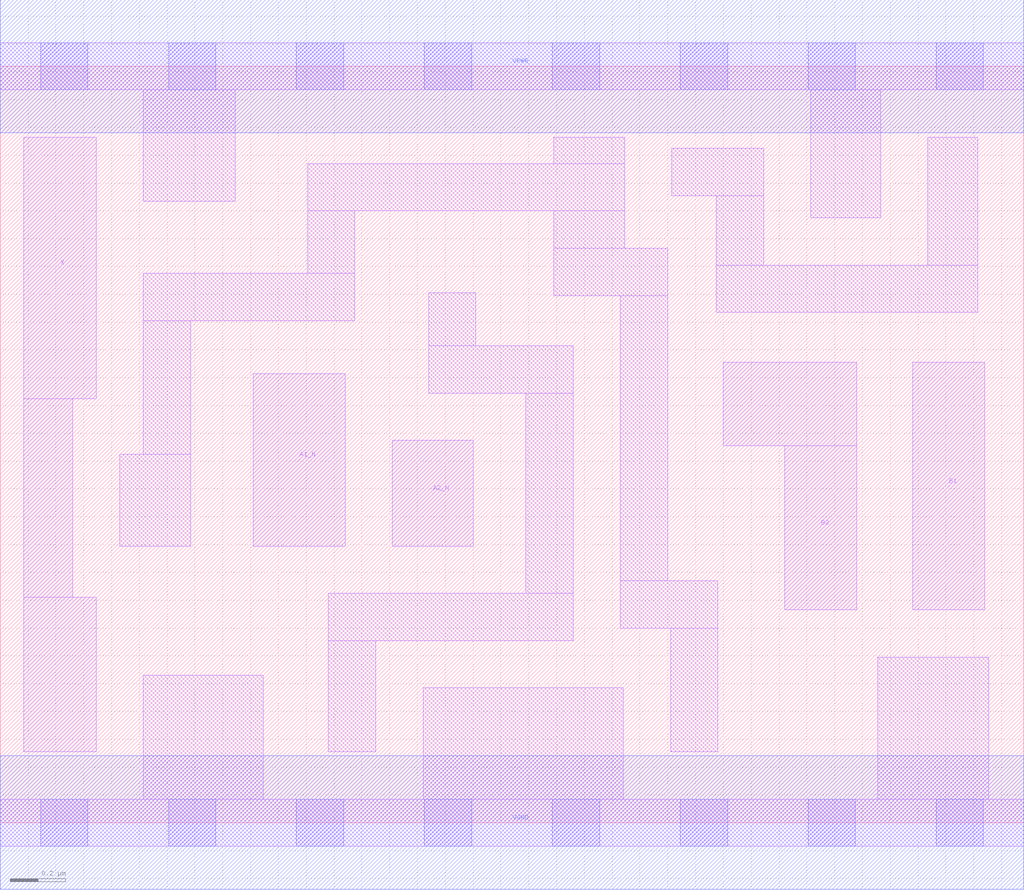
<source format=lef>
# Copyright 2020 The SkyWater PDK Authors
#
# Licensed under the Apache License, Version 2.0 (the "License");
# you may not use this file except in compliance with the License.
# You may obtain a copy of the License at
#
#     https://www.apache.org/licenses/LICENSE-2.0
#
# Unless required by applicable law or agreed to in writing, software
# distributed under the License is distributed on an "AS IS" BASIS,
# WITHOUT WARRANTIES OR CONDITIONS OF ANY KIND, either express or implied.
# See the License for the specific language governing permissions and
# limitations under the License.
#
# SPDX-License-Identifier: Apache-2.0

VERSION 5.7 ;
  NAMESCASESENSITIVE ON ;
  NOWIREEXTENSIONATPIN ON ;
  DIVIDERCHAR "/" ;
  BUSBITCHARS "[]" ;
UNITS
  DATABASE MICRONS 200 ;
END UNITS
MACRO sky130_fd_sc_hd__a2bb2o_1
  CLASS CORE ;
  SOURCE USER ;
  FOREIGN sky130_fd_sc_hd__a2bb2o_1 ;
  ORIGIN  0.000000  0.000000 ;
  SIZE  3.680000 BY  2.720000 ;
  SYMMETRY X Y R90 ;
  SITE unithd ;
  PIN A1_N
    ANTENNAGATEAREA  0.126000 ;
    DIRECTION INPUT ;
    USE SIGNAL ;
    PORT
      LAYER li1 ;
        RECT 0.910000 0.995000 1.240000 1.615000 ;
    END
  END A1_N
  PIN A2_N
    ANTENNAGATEAREA  0.126000 ;
    DIRECTION INPUT ;
    USE SIGNAL ;
    PORT
      LAYER li1 ;
        RECT 1.410000 0.995000 1.700000 1.375000 ;
    END
  END A2_N
  PIN B1
    ANTENNAGATEAREA  0.126000 ;
    DIRECTION INPUT ;
    USE SIGNAL ;
    PORT
      LAYER li1 ;
        RECT 3.280000 0.765000 3.540000 1.655000 ;
    END
  END B1
  PIN B2
    ANTENNAGATEAREA  0.126000 ;
    DIRECTION INPUT ;
    USE SIGNAL ;
    PORT
      LAYER li1 ;
        RECT 2.600000 1.355000 3.080000 1.655000 ;
        RECT 2.820000 0.765000 3.080000 1.355000 ;
    END
  END B2
  PIN X
    ANTENNADIFFAREA  0.429000 ;
    DIRECTION OUTPUT ;
    USE SIGNAL ;
    PORT
      LAYER li1 ;
        RECT 0.085000 0.255000 0.345000 0.810000 ;
        RECT 0.085000 0.810000 0.260000 1.525000 ;
        RECT 0.085000 1.525000 0.345000 2.465000 ;
    END
  END X
  PIN VGND
    DIRECTION INOUT ;
    SHAPE ABUTMENT ;
    USE GROUND ;
    PORT
      LAYER met1 ;
        RECT 0.000000 -0.240000 3.680000 0.240000 ;
    END
  END VGND
  PIN VPWR
    DIRECTION INOUT ;
    SHAPE ABUTMENT ;
    USE POWER ;
    PORT
      LAYER met1 ;
        RECT 0.000000 2.480000 3.680000 2.960000 ;
    END
  END VPWR
  OBS
    LAYER li1 ;
      RECT 0.000000 -0.085000 3.680000 0.085000 ;
      RECT 0.000000  2.635000 3.680000 2.805000 ;
      RECT 0.430000  0.995000 0.685000 1.325000 ;
      RECT 0.515000  0.085000 0.945000 0.530000 ;
      RECT 0.515000  1.325000 0.685000 1.805000 ;
      RECT 0.515000  1.805000 1.275000 1.975000 ;
      RECT 0.515000  2.235000 0.845000 2.635000 ;
      RECT 1.105000  1.975000 1.275000 2.200000 ;
      RECT 1.105000  2.200000 2.245000 2.370000 ;
      RECT 1.180000  0.255000 1.350000 0.655000 ;
      RECT 1.180000  0.655000 2.060000 0.825000 ;
      RECT 1.520000  0.085000 2.240000 0.485000 ;
      RECT 1.540000  1.545000 2.060000 1.715000 ;
      RECT 1.540000  1.715000 1.710000 1.905000 ;
      RECT 1.890000  0.825000 2.060000 1.545000 ;
      RECT 1.990000  1.895000 2.400000 2.065000 ;
      RECT 1.990000  2.065000 2.245000 2.200000 ;
      RECT 1.990000  2.370000 2.245000 2.465000 ;
      RECT 2.230000  0.700000 2.580000 0.870000 ;
      RECT 2.230000  0.870000 2.400000 1.895000 ;
      RECT 2.410000  0.255000 2.580000 0.700000 ;
      RECT 2.415000  2.255000 2.745000 2.425000 ;
      RECT 2.575000  1.835000 3.515000 2.005000 ;
      RECT 2.575000  2.005000 2.745000 2.255000 ;
      RECT 2.915000  2.175000 3.165000 2.635000 ;
      RECT 3.155000  0.085000 3.555000 0.595000 ;
      RECT 3.335000  2.005000 3.515000 2.465000 ;
    LAYER mcon ;
      RECT 0.145000 -0.085000 0.315000 0.085000 ;
      RECT 0.145000  2.635000 0.315000 2.805000 ;
      RECT 0.605000 -0.085000 0.775000 0.085000 ;
      RECT 0.605000  2.635000 0.775000 2.805000 ;
      RECT 1.065000 -0.085000 1.235000 0.085000 ;
      RECT 1.065000  2.635000 1.235000 2.805000 ;
      RECT 1.525000 -0.085000 1.695000 0.085000 ;
      RECT 1.525000  2.635000 1.695000 2.805000 ;
      RECT 1.985000 -0.085000 2.155000 0.085000 ;
      RECT 1.985000  2.635000 2.155000 2.805000 ;
      RECT 2.445000 -0.085000 2.615000 0.085000 ;
      RECT 2.445000  2.635000 2.615000 2.805000 ;
      RECT 2.905000 -0.085000 3.075000 0.085000 ;
      RECT 2.905000  2.635000 3.075000 2.805000 ;
      RECT 3.365000 -0.085000 3.535000 0.085000 ;
      RECT 3.365000  2.635000 3.535000 2.805000 ;
  END
END sky130_fd_sc_hd__a2bb2o_1
END LIBRARY

</source>
